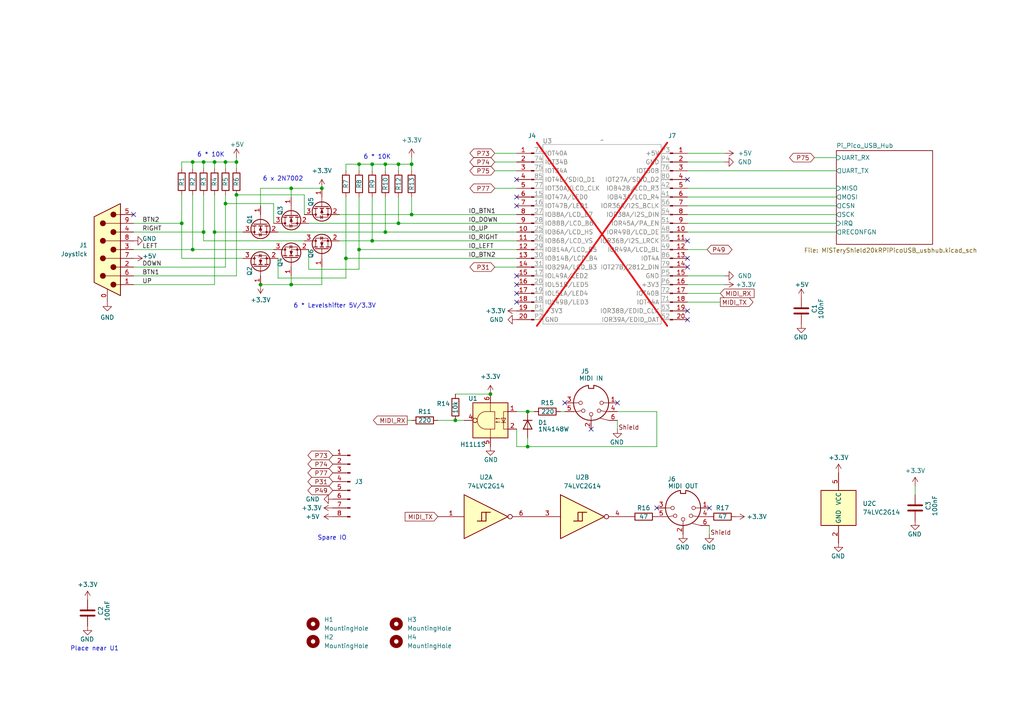
<source format=kicad_sch>
(kicad_sch (version 20231120) (generator "eeschema") (generator_version "8.0")
  (paper "A4")
  (title_block (title "MiSTeryShield20KPiPico") (date "2025-01-30") (rev "V1") (company "Stefan Voss") (comment 3 "(c) 2025 by Stefan Voss") (comment 4 "MiSTery Pi Pico WLAN Shield for Tang Nano 20K"))
  (lib_symbols
    (symbol "74xGxx:74LVC2G14"
      (property "Reference" "U" (at 0 7.62 0))
      (property "Value" "74LVC2G14" (at 2.54 -7.62 0))
      (symbol "74LVC2G14_1_1"
        (polyline (pts (xy -2.54 -1.27) (xy -1.27 -1.27) (xy -1.27 1.27)) (stroke (width 0.254)) (fill (type background)))
        (polyline (pts (xy -7.62 6.35) (xy -7.62 -6.35) (xy 5.08 0) (xy -7.62 6.35)) (stroke (width 0.254)) (fill (type background)))
        (polyline (pts (xy -3.81 -1.27) (xy -2.54 -1.27) (xy -2.54 1.27) (xy 0 1.27)) (stroke (width 0.254)) (fill (type background)))
        (pin input line (at -15.24 0 0) (length 7.62) (name "~") (number "1"))
        (pin output inverted (at 12.7 0 180) (length 7.62) (name "~") (number "6"))
      )
      (symbol "74LVC2G14_2_1"
        (polyline (pts (xy -2.54 -1.27) (xy -1.27 -1.27) (xy -1.27 1.27)) (stroke (width 0.254)) (fill (type background)))
        (polyline (pts (xy -7.62 6.35) (xy -7.62 -6.35) (xy 5.08 0) (xy -7.62 6.35)) (stroke (width 0.254)) (fill (type background)))
        (polyline (pts (xy -3.81 -1.27) (xy -2.54 -1.27) (xy -2.54 1.27) (xy 0 1.27)) (stroke (width 0.254)) (fill (type background)))
        (pin input line (at -15.24 0 0) (length 7.62) (name "~") (number "3"))
        (pin output inverted (at 12.7 0 180) (length 7.62) (name "~") (number "4"))
      )
      (symbol "74LVC2G14_3_0"
        (rectangle (start -5.08 -5.08) (end 5.08 5.08) (stroke (width 0.254)) (fill (type background)))
      )
      (symbol "74LVC2G14_3_1"
        (pin power_in line (at 0 -10.16 90) (length 5.08) (name "GND") (number "2"))
        (pin power_in line (at 0 10.16 270) (length 5.08) (name "VCC") (number "5"))
      )
    )
    (symbol "Connector:Conn_01x08_Pin" (pin_names (offset 1.016) hide)
      (property "Reference" "J" (at 0 10.16 0))
      (property "Value" "Conn_01x08_Pin" (at 0 -12.7 0))
      (symbol "Conn_01x08_Pin_1_1"
        (polyline (pts (xy 1.27 -10.16) (xy 0.8636 -10.16)) (stroke (width 0.1524)))
        (polyline (pts (xy 1.27 -7.62) (xy 0.8636 -7.62)) (stroke (width 0.1524)))
        (polyline (pts (xy 1.27 -5.08) (xy 0.8636 -5.08)) (stroke (width 0.1524)))
        (polyline (pts (xy 1.27 -2.54) (xy 0.8636 -2.54)) (stroke (width 0.1524)))
        (polyline (pts (xy 1.27 0) (xy 0.8636 0)) (stroke (width 0.1524)))
        (polyline (pts (xy 1.27 2.54) (xy 0.8636 2.54)) (stroke (width 0.1524)))
        (polyline (pts (xy 1.27 5.08) (xy 0.8636 5.08)) (stroke (width 0.1524)))
        (polyline (pts (xy 1.27 7.62) (xy 0.8636 7.62)) (stroke (width 0.1524)))
        (rectangle (start 0.8636 -10.033) (end 0 -10.287) (stroke (width 0.1524)) (fill (type outline)))
        (rectangle (start 0.8636 -7.493) (end 0 -7.747) (stroke (width 0.1524)) (fill (type outline)))
        (rectangle (start 0.8636 -4.953) (end 0 -5.207) (stroke (width 0.1524)) (fill (type outline)))
        (rectangle (start 0.8636 -2.413) (end 0 -2.667) (stroke (width 0.1524)) (fill (type outline)))
        (rectangle (start 0.8636 0.127) (end 0 -0.127) (stroke (width 0.1524)) (fill (type outline)))
        (rectangle (start 0.8636 2.667) (end 0 2.413) (stroke (width 0.1524)) (fill (type outline)))
        (rectangle (start 0.8636 5.207) (end 0 4.953) (stroke (width 0.1524)) (fill (type outline)))
        (rectangle (start 0.8636 7.747) (end 0 7.493) (stroke (width 0.1524)) (fill (type outline)))
        (pin passive line (at 5.08 7.62 180) (length 3.81) (name "Pin_1") (number "1"))
        (pin passive line (at 5.08 5.08 180) (length 3.81) (name "Pin_2") (number "2"))
        (pin passive line (at 5.08 2.54 180) (length 3.81) (name "Pin_3") (number "3"))
        (pin passive line (at 5.08 0 180) (length 3.81) (name "Pin_4") (number "4"))
        (pin passive line (at 5.08 -2.54 180) (length 3.81) (name "Pin_5") (number "5"))
        (pin passive line (at 5.08 -5.08 180) (length 3.81) (name "Pin_6") (number "6"))
        (pin passive line (at 5.08 -7.62 180) (length 3.81) (name "Pin_7") (number "7"))
        (pin passive line (at 5.08 -10.16 180) (length 3.81) (name "Pin_8") (number "8"))
      )
    )
    (symbol "Connector:Conn_01x20_Pin" (pin_names (offset 1.016) hide)
      (property "Reference" "J" (at 0 25.4 0))
      (property "Value" "Conn_01x20_Pin" (at 0 -27.94 0))
      (symbol "Conn_01x20_Pin_1_1"
        (polyline (pts (xy 1.27 -25.4) (xy 0.8636 -25.4)) (stroke (width 0.1524)))
        (polyline (pts (xy 1.27 -22.86) (xy 0.8636 -22.86)) (stroke (width 0.1524)))
        (polyline (pts (xy 1.27 -20.32) (xy 0.8636 -20.32)) (stroke (width 0.1524)))
        (polyline (pts (xy 1.27 -17.78) (xy 0.8636 -17.78)) (stroke (width 0.1524)))
        (polyline (pts (xy 1.27 -15.24) (xy 0.8636 -15.24)) (stroke (width 0.1524)))
        (polyline (pts (xy 1.27 -12.7) (xy 0.8636 -12.7)) (stroke (width 0.1524)))
        (polyline (pts (xy 1.27 -10.16) (xy 0.8636 -10.16)) (stroke (width 0.1524)))
        (polyline (pts (xy 1.27 -7.62) (xy 0.8636 -7.62)) (stroke (width 0.1524)))
        (polyline (pts (xy 1.27 -5.08) (xy 0.8636 -5.08)) (stroke (width 0.1524)))
        (polyline (pts (xy 1.27 -2.54) (xy 0.8636 -2.54)) (stroke (width 0.1524)))
        (polyline (pts (xy 1.27 0) (xy 0.8636 0)) (stroke (width 0.1524)))
        (polyline (pts (xy 1.27 2.54) (xy 0.8636 2.54)) (stroke (width 0.1524)))
        (polyline (pts (xy 1.27 5.08) (xy 0.8636 5.08)) (stroke (width 0.1524)))
        (polyline (pts (xy 1.27 7.62) (xy 0.8636 7.62)) (stroke (width 0.1524)))
        (polyline (pts (xy 1.27 10.16) (xy 0.8636 10.16)) (stroke (width 0.1524)))
        (polyline (pts (xy 1.27 12.7) (xy 0.8636 12.7)) (stroke (width 0.1524)))
        (polyline (pts (xy 1.27 15.24) (xy 0.8636 15.24)) (stroke (width 0.1524)))
        (polyline (pts (xy 1.27 17.78) (xy 0.8636 17.78)) (stroke (width 0.1524)))
        (polyline (pts (xy 1.27 20.32) (xy 0.8636 20.32)) (stroke (width 0.1524)))
        (polyline (pts (xy 1.27 22.86) (xy 0.8636 22.86)) (stroke (width 0.1524)))
        (rectangle (start 0.8636 -25.273) (end 0 -25.527) (stroke (width 0.1524)) (fill (type outline)))
        (rectangle (start 0.8636 -22.733) (end 0 -22.987) (stroke (width 0.1524)) (fill (type outline)))
        (rectangle (start 0.8636 -20.193) (end 0 -20.447) (stroke (width 0.1524)) (fill (type outline)))
        (rectangle (start 0.8636 -17.653) (end 0 -17.907) (stroke (width 0.1524)) (fill (type outline)))
        (rectangle (start 0.8636 -15.113) (end 0 -15.367) (stroke (width 0.1524)) (fill (type outline)))
        (rectangle (start 0.8636 -12.573) (end 0 -12.827) (stroke (width 0.1524)) (fill (type outline)))
        (rectangle (start 0.8636 -10.033) (end 0 -10.287) (stroke (width 0.1524)) (fill (type outline)))
        (rectangle (start 0.8636 -7.493) (end 0 -7.747) (stroke (width 0.1524)) (fill (type outline)))
        (rectangle (start 0.8636 -4.953) (end 0 -5.207) (stroke (width 0.1524)) (fill (type outline)))
        (rectangle (start 0.8636 -2.413) (end 0 -2.667) (stroke (width 0.1524)) (fill (type outline)))
        (rectangle (start 0.8636 0.127) (end 0 -0.127) (stroke (width 0.1524)) (fill (type outline)))
        (rectangle (start 0.8636 2.667) (end 0 2.413) (stroke (width 0.1524)) (fill (type outline)))
        (rectangle (start 0.8636 5.207) (end 0 4.953) (stroke (width 0.1524)) (fill (type outline)))
        (rectangle (start 0.8636 7.747) (end 0 7.493) (stroke (width 0.1524)) (fill (type outline)))
        (rectangle (start 0.8636 10.287) (end 0 10.033) (stroke (width 0.1524)) (fill (type outline)))
        (rectangle (start 0.8636 12.827) (end 0 12.573) (stroke (width 0.1524)) (fill (type outline)))
        (rectangle (start 0.8636 15.367) (end 0 15.113) (stroke (width 0.1524)) (fill (type outline)))
        (rectangle (start 0.8636 17.907) (end 0 17.653) (stroke (width 0.1524)) (fill (type outline)))
        (rectangle (start 0.8636 20.447) (end 0 20.193) (stroke (width 0.1524)) (fill (type outline)))
        (rectangle (start 0.8636 22.987) (end 0 22.733) (stroke (width 0.1524)) (fill (type outline)))
        (pin passive line (at 5.08 22.86 180) (length 3.81) (name "Pin_1") (number "1"))
        (pin passive line (at 5.08 0 180) (length 3.81) (name "Pin_10") (number "10"))
        (pin passive line (at 5.08 -2.54 180) (length 3.81) (name "Pin_11") (number "11"))
        (pin passive line (at 5.08 -5.08 180) (length 3.81) (name "Pin_12") (number "12"))
        (pin passive line (at 5.08 -7.62 180) (length 3.81) (name "Pin_13") (number "13"))
        (pin passive line (at 5.08 -10.16 180) (length 3.81) (name "Pin_14") (number "14"))
        (pin passive line (at 5.08 -12.7 180) (length 3.81) (name "Pin_15") (number "15"))
        (pin passive line (at 5.08 -15.24 180) (length 3.81) (name "Pin_16") (number "16"))
        (pin passive line (at 5.08 -17.78 180) (length 3.81) (name "Pin_17") (number "17"))
        (pin passive line (at 5.08 -20.32 180) (length 3.81) (name "Pin_18") (number "18"))
        (pin passive line (at 5.08 -22.86 180) (length 3.81) (name "Pin_19") (number "19"))
        (pin passive line (at 5.08 20.32 180) (length 3.81) (name "Pin_2") (number "2"))
        (pin passive line (at 5.08 -25.4 180) (length 3.81) (name "Pin_20") (number "20"))
        (pin passive line (at 5.08 17.78 180) (length 3.81) (name "Pin_3") (number "3"))
        (pin passive line (at 5.08 15.24 180) (length 3.81) (name "Pin_4") (number "4"))
        (pin passive line (at 5.08 12.7 180) (length 3.81) (name "Pin_5") (number "5"))
        (pin passive line (at 5.08 10.16 180) (length 3.81) (name "Pin_6") (number "6"))
        (pin passive line (at 5.08 7.62 180) (length 3.81) (name "Pin_7") (number "7"))
        (pin passive line (at 5.08 5.08 180) (length 3.81) (name "Pin_8") (number "8"))
        (pin passive line (at 5.08 2.54 180) (length 3.81) (name "Pin_9") (number "9"))
      )
    )
    (symbol "Connector:DE9_Plug_MountingHoles" (pin_names (offset 1.016) hide)
      (property "Reference" "J" (at 0 16.51 0))
      (property "Value" "DE9_Plug_MountingHoles" (at 0 14.605 0))
      (symbol "DE9_Plug_MountingHoles_0_1"
        (circle (center -1.778 -10.16) (radius 0.762) (fill (type outline)))
        (circle (center -1.778 -5.08) (radius 0.762) (fill (type outline)))
        (circle (center -1.778 0) (radius 0.762) (fill (type outline)))
        (circle (center -1.778 5.08) (radius 0.762) (fill (type outline)))
        (circle (center -1.778 10.16) (radius 0.762) (fill (type outline)))
        (polyline (pts (xy -3.81 -10.16) (xy -2.54 -10.16)))
        (polyline (pts (xy -3.81 -7.62) (xy 0.508 -7.62)))
        (polyline (pts (xy -3.81 -5.08) (xy -2.54 -5.08)))
        (polyline (pts (xy -3.81 -2.54) (xy 0.508 -2.54)))
        (polyline (pts (xy -3.81 0) (xy -2.54 0)))
        (polyline (pts (xy -3.81 2.54) (xy 0.508 2.54)))
        (polyline (pts (xy -3.81 5.08) (xy -2.54 5.08)))
        (polyline (pts (xy -3.81 7.62) (xy 0.508 7.62)))
        (polyline (pts (xy -3.81 10.16) (xy -2.54 10.16)))
        (polyline (pts (xy -3.81 -13.335) (xy -3.81 13.335) (xy 3.81 9.525) (xy 3.81 -9.525) (xy -3.81 -13.335)) (stroke (width 0.254)) (fill (type background)))
        (circle (center 1.27 -7.62) (radius 0.762) (fill (type outline)))
        (circle (center 1.27 -2.54) (radius 0.762) (fill (type outline)))
        (circle (center 1.27 2.54) (radius 0.762) (fill (type outline)))
        (circle (center 1.27 7.62) (radius 0.762) (fill (type outline)))
      )
      (symbol "DE9_Plug_MountingHoles_1_1"
        (pin passive line (at 0 -15.24 90) (length 3.81) (name "PAD") (number "0"))
        (pin passive line (at -7.62 -10.16 0) (length 3.81) (name "1") (number "1"))
        (pin passive line (at -7.62 -5.08 0) (length 3.81) (name "2") (number "2"))
        (pin passive line (at -7.62 0 0) (length 3.81) (name "3") (number "3"))
        (pin passive line (at -7.62 5.08 0) (length 3.81) (name "4") (number "4"))
        (pin passive line (at -7.62 10.16 0) (length 3.81) (name "5") (number "5"))
        (pin passive line (at -7.62 -7.62 0) (length 3.81) (name "6") (number "6"))
        (pin passive line (at -7.62 -2.54 0) (length 3.81) (name "7") (number "7"))
        (pin passive line (at -7.62 2.54 0) (length 3.81) (name "8") (number "8"))
        (pin passive line (at -7.62 7.62 0) (length 3.81) (name "9") (number "9"))
      )
    )
    (symbol "Device:C" (pin_numbers hide) (pin_names (offset 0.254))
      (property "Reference" "C" (at 0.635 2.54 0))
      (property "Value" "C" (at 0.635 -2.54 0))
      (symbol "C_0_1"
        (polyline (pts (xy -2.032 -0.762) (xy 2.032 -0.762)) (stroke (width 0.508)))
        (polyline (pts (xy -2.032 0.762) (xy 2.032 0.762)) (stroke (width 0.508)))
      )
      (symbol "C_1_1"
        (pin passive line (at 0 3.81 270) (length 2.794) (name "~") (number "1"))
        (pin passive line (at 0 -3.81 90) (length 2.794) (name "~") (number "2"))
      )
    )
    (symbol "Device:R" (pin_numbers hide) (pin_names (offset 0))
      (property "Reference" "R" (at 2.032 0 90))
      (property "Value" "R" (at 0 0 90))
      (symbol "R_0_1"
        (rectangle (start -1.016 -2.54) (end 1.016 2.54) (stroke (width 0.254)))
      )
      (symbol "R_1_1"
        (pin passive line (at 0 3.81 270) (length 1.27) (name "~") (number "1"))
        (pin passive line (at 0 -3.81 90) (length 1.27) (name "~") (number "2"))
      )
    )
    (symbol "Diode:1N4148W" (pin_numbers hide) (pin_names hide)
      (property "Reference" "D" (at 0 2.54 0))
      (property "Value" "1N4148W" (at 0 -2.54 0))
      (symbol "1N4148W_0_1"
        (polyline (pts (xy -1.27 1.27) (xy -1.27 -1.27)) (stroke (width 0.254)))
        (polyline (pts (xy 1.27 0) (xy -1.27 0)))
        (polyline (pts (xy 1.27 1.27) (xy 1.27 -1.27) (xy -1.27 0) (xy 1.27 1.27)) (stroke (width 0.254)))
      )
      (symbol "1N4148W_1_1"
        (pin passive line (at -3.81 0 0) (length 2.54) (name "K") (number "1"))
        (pin passive line (at 3.81 0 180) (length 2.54) (name "A") (number "2"))
      )
    )
    (symbol "Isolator:H11L1" (pin_names (offset 1.016))
      (property "Reference" "U" (at 1.27 8.89 0))
      (property "Value" "H11L1" (at 1.27 6.35 0))
      (symbol "H11L1_0_1"
        (rectangle (start -5.08 5.08) (end 5.08 -5.08) (stroke (width 0.254)) (fill (type background)))
        (polyline (pts (xy -4.445 -0.635) (xy -3.175 -0.635)))
        (polyline (pts (xy 0 2.54) (xy 0 5.08)))
        (polyline (pts (xy 0 -2.54) (xy 0 -5.08) (xy 0 -3.81)))
        (polyline (pts (xy -5.08 -2.54) (xy -3.81 -2.54) (xy -3.81 2.54) (xy -5.08 2.54)))
        (polyline (pts (xy -3.81 -0.635) (xy -4.445 0.635) (xy -3.175 0.635) (xy -3.81 -0.635)))
        (polyline (pts (xy 1.27 -2.54) (xy -1.27 -2.54) (xy -1.27 2.54) (xy 1.27 2.54)))
        (polyline (pts (xy -2.794 -0.508) (xy -1.524 -0.508) (xy -1.905 -0.635) (xy -1.905 -0.381) (xy -1.524 -0.508)))
        (polyline (pts (xy -2.794 0.508) (xy -1.524 0.508) (xy -1.905 0.381) (xy -1.905 0.635) (xy -1.524 0.508)))
        (arc (start 1.27 -2.54) (mid 3.799 0) (end 1.27 2.54))
      )
      (symbol "H11L1_1_1"
        (pin passive line (at -7.62 2.54 0) (length 2.54) (name "~") (number "1"))
        (pin passive line (at -7.62 -2.54 0) (length 2.54) (name "~") (number "2"))
        (pin no_connect line (at -5.08 0 0) (length 2.54) hide (name "~") (number "3"))
        (pin output inverted (at 7.62 0 180) (length 3.81) (name "~") (number "4"))
        (pin power_in line (at 0 -7.62 90) (length 2.54) (name "~") (number "5"))
        (pin power_in line (at 0 7.62 270) (length 2.54) (name "~") (number "6"))
      )
    )
    (symbol "Mechanical:MountingHole" (pin_names (offset 1.016))
      (property "Reference" "H" (at 0 5.08 0))
      (property "Value" "MountingHole" (at 0 3.175 0))
      (symbol "MountingHole_0_1"
        (circle (center 0 0) (radius 1.27) (stroke (width 1.27)))
      )
    )
    (symbol "Transistor_FET:BSS123" (pin_names hide)
      (property "Reference" "Q" (at 5.08 1.905 0))
      (property "Value" "BSS123" (at 5.08 0 0))
      (symbol "BSS123_0_1"
        (polyline (pts (xy 0.254 0) (xy -2.54 0)))
        (polyline (pts (xy 0.254 1.905) (xy 0.254 -1.905)) (stroke (width 0.254)))
        (polyline (pts (xy 0.762 -1.27) (xy 0.762 -2.286)) (stroke (width 0.254)))
        (polyline (pts (xy 0.762 0.508) (xy 0.762 -0.508)) (stroke (width 0.254)))
        (polyline (pts (xy 0.762 2.286) (xy 0.762 1.27)) (stroke (width 0.254)))
        (polyline (pts (xy 2.54 2.54) (xy 2.54 1.778)))
        (polyline (pts (xy 2.54 -2.54) (xy 2.54 0) (xy 0.762 0)))
        (polyline (pts (xy 0.762 -1.778) (xy 3.302 -1.778) (xy 3.302 1.778) (xy 0.762 1.778)))
        (polyline (pts (xy 1.016 0) (xy 2.032 0.381) (xy 2.032 -0.381) (xy 1.016 0)) (fill (type outline)))
        (polyline (pts (xy 2.794 0.508) (xy 2.921 0.381) (xy 3.683 0.381) (xy 3.81 0.254)))
        (polyline (pts (xy 3.302 0.381) (xy 2.921 -0.254) (xy 3.683 -0.254) (xy 3.302 0.381)))
        (circle (center 1.651 0) (radius 2.794) (stroke (width 0.254)))
        (circle (center 2.54 -1.778) (radius 0.254) (fill (type outline)))
        (circle (center 2.54 1.778) (radius 0.254) (fill (type outline)))
      )
      (symbol "BSS123_1_1"
        (pin input line (at -5.08 0 0) (length 2.54) (name "G") (number "1"))
        (pin passive line (at 2.54 -5.08 90) (length 2.54) (name "S") (number "2"))
        (pin passive line (at 2.54 5.08 270) (length 2.54) (name "D") (number "3"))
      )
    )
    (symbol "misteryshield20kpico:DIN-5_180degree" (pin_names (offset 1.016))
      (property "Reference" "J" (at 3.175 5.715 0))
      (property "Value" "DIN-5_180degree" (at 0 -6.35 0))
      (symbol "DIN-5_180degree_0_1"
        (arc (start -5.08 0) (mid -3.8609 -3.3364) (end -0.762 -5.08) (stroke (width 0.254)))
        (circle (center -3.048 0) (radius 0.508))
        (circle (center -2.286 2.286) (radius 0.508))
        (polyline (pts (xy -5.08 0) (xy -3.556 0)))
        (polyline (pts (xy -2.54 4.445) (xy -5.08 5.08)))
        (polyline (pts (xy 0 5.08) (xy 0 3.81)))
        (polyline (pts (xy 5.08 0) (xy 3.556 0)))
        (polyline (pts (xy -5.08 2.54) (xy -4.318 2.54) (xy -2.794 2.286)))
        (polyline (pts (xy 5.08 2.54) (xy 4.318 2.54) (xy 2.794 2.286)))
        (polyline (pts (xy -0.762 -4.953) (xy -0.762 -4.191) (xy 0.762 -4.191) (xy 0.762 -4.953)) (stroke (width 0.254)))
        (circle (center 0 3.302) (radius 0.508))
        (arc (start 0.762 -5.08) (mid 3.8685 -3.343) (end 5.08 0) (stroke (width 0.254)))
        (circle (center 2.286 2.286) (radius 0.508))
        (circle (center 3.048 0) (radius 0.508))
        (arc (start 5.08 0) (mid 0 5.0579) (end -5.08 0) (stroke (width 0.254)))
      )
      (symbol "DIN-5_180degree_1_1"
        (text "Shield\n" (at -10.922 7.112 0) (effects (font (size 1.27 1.27))))
        (pin passive line (at -7.62 0 0) (length 2.54) (name "~") (number "1"))
        (pin passive line (at 0 7.62 270) (length 2.54) (name "~") (number "2"))
        (pin passive line (at 7.62 0 180) (length 2.54) (name "~") (number "3"))
        (pin passive line (at -7.62 2.54 0) (length 2.54) (name "~") (number "4"))
        (pin passive line (at 7.62 2.54 180) (length 2.54) (name "~") (number "5"))
        (pin passive line (at -7.62 5.08 0) (length 2.54) (name "~") (number "6"))
      )
    )
    (symbol "misteryshield20kpico:TangNano-20K"
      (property "Reference" "U" (at -16.51 27.94 0))
      (symbol "TangNano-20K_0_1"
        (rectangle (start -17.78 26.67) (end 16.51 -25.4))
      )
      (symbol "TangNano-20K_1_1"
        (pin bidirectional line (at -20.32 11.43 0) (length 2.54) (name "IOT47A/LED0") (number "15"))
        (pin bidirectional line (at -20.32 8.89 0) (length 2.54) (name "IOT47B/LED1") (number "16"))
        (pin bidirectional line (at -20.32 -11.43 0) (length 2.54) (name "IOL49A/LED2") (number "17"))
        (pin bidirectional line (at -20.32 -19.05 0) (length 2.54) (name "IOL49B/LED3") (number "18"))
        (pin bidirectional line (at -20.32 -16.51 0) (length 2.54) (name "IOL51A/LED4") (number "19"))
        (pin bidirectional line (at -20.32 -13.97 0) (length 2.54) (name "IOL51B/LED5") (number "20"))
        (pin bidirectional line (at -20.32 1.27 0) (length 2.54) (name "IOB6A/LCD_HS") (number "25"))
        (pin bidirectional line (at -20.32 -1.27 0) (length 2.54) (name "IOB6B/LCD_VS") (number "26"))
        (pin bidirectional line (at -20.32 6.35 0) (length 2.54) (name "IOB8A/LCD_B7") (number "27"))
        (pin bidirectional line (at -20.32 3.81 0) (length 2.54) (name "IOB8B/LCD_B6") (number "28"))
        (pin bidirectional line (at -20.32 -3.81 0) (length 2.54) (name "IOB14A/LCD_B5") (number "29"))
        (pin bidirectional line (at -20.32 -6.35 0) (length 2.54) (name "IOB14B/LCD_B4") (number "30"))
        (pin bidirectional line (at -20.32 -8.89 0) (length 2.54) (name "IOB29A/LCD_B3") (number "31"))
        (pin bidirectional line (at 19.05 11.43 180) (length 2.54) (name "IOB43A/LCD_R4") (number "41"))
        (pin bidirectional line (at 19.05 13.97 180) (length 2.54) (name "IOB42B/LCD_R3") (number "42"))
        (pin bidirectional line (at 19.05 1.27 180) (length 2.54) (name "IOR49B/LCD_DE") (number "48"))
        (pin bidirectional line (at 19.05 -3.81 180) (length 2.54) (name "IOR49A/LCD_BL") (number "49"))
        (pin bidirectional line (at 19.05 3.81 180) (length 2.54) (name "IOR45A/PA_EN") (number "51"))
        (pin bidirectional line (at 19.05 -24.13 180) (length 2.54) (name "IOR39A/EDID_DAT") (number "52"))
        (pin bidirectional line (at 19.05 -21.59 180) (length 2.54) (name "IOR38B/EDID_CLK") (number "53"))
        (pin bidirectional line (at 19.05 6.35 180) (length 2.54) (name "IOR38A/I2S_DIN") (number "54"))
        (pin bidirectional line (at 19.05 -1.27 180) (length 2.54) (name "IOR36B/I2S_LRCK") (number "55"))
        (pin bidirectional line (at 19.05 8.89 180) (length 2.54) (name "IOR36A/I2S_BCLK") (number "56"))
        (pin bidirectional line (at 19.05 -19.05 180) (length 2.54) (name "IOT44A") (number "71"))
        (pin bidirectional line (at 19.05 -16.51 180) (length 2.54) (name "IOT40B") (number "72"))
        (pin bidirectional line (at -20.32 24.13 0) (length 2.54) (name "IOT40A") (number "73"))
        (pin bidirectional line (at -20.32 21.59 0) (length 2.54) (name "IOT34B") (number "74"))
        (pin bidirectional line (at -20.32 19.05 0) (length 2.54) (name "IOT34A") (number "75"))
        (pin bidirectional line (at 19.05 19.05 180) (length 2.54) (name "IOT30B") (number "76"))
        (pin bidirectional line (at -20.32 13.97 0) (length 2.54) (name "IOT30A/LCD_CLK") (number "77"))
        (pin bidirectional line (at 19.05 -8.89 180) (length 2.54) (name "IOT27B/2812_DIN") (number "79"))
        (pin bidirectional line (at 19.05 16.51 180) (length 2.54) (name "IOT27A/SDIO_D2") (number "80"))
        (pin bidirectional line (at -20.32 16.51 0) (length 2.54) (name "IOT4B/SDIO_D1") (number "85"))
        (pin bidirectional line (at 19.05 -6.35 180) (length 2.54) (name "IOT4A") (number "86"))
        (pin power_out line (at -20.32 -21.59 0) (length 2.54) (name "+3V3") (number "P1"))
        (pin power_in line (at -20.32 -24.13 0) (length 2.54) (name "GND") (number "P2"))
        (pin power_in line (at 19.05 24.13 180) (length 2.54) (name "+5V") (number "P3"))
        (pin power_in line (at 19.05 21.59 180) (length 2.54) (name "GND") (number "P4"))
        (pin power_in line (at 19.05 -11.43 180) (length 2.54) (name "GND") (number "P5"))
        (pin power_out line (at 19.05 -13.97 180) (length 2.54) (name "+3V3") (number "P6"))
      )
    )
    (symbol "power:+3.3V" (power) (pin_names (offset 0))
      (property "Value" "+3.3V" (at 0 3.556 0))
      (symbol "+3.3V_0_1"
        (polyline (pts (xy -0.762 1.27) (xy 0 2.54)))
        (polyline (pts (xy 0 0) (xy 0 2.54)))
        (polyline (pts (xy 0 2.54) (xy 0.762 1.27)))
      )
      (symbol "+3.3V_1_1"
        (pin power_in line (at 0 0 90) (length 0) hide (name "+3.3V") (number "1"))
      )
    )
    (symbol "power:+5V" (power) (pin_names (offset 0))
      (property "Value" "+5V" (at 0 3.556 0))
      (symbol "+5V_0_1"
        (polyline (pts (xy -0.762 1.27) (xy 0 2.54)))
        (polyline (pts (xy 0 0) (xy 0 2.54)))
        (polyline (pts (xy 0 2.54) (xy 0.762 1.27)))
      )
      (symbol "+5V_1_1"
        (pin power_in line (at 0 0 90) (length 0) hide (name "+5V") (number "1"))
      )
    )
    (symbol "power:GND" (power) (pin_names (offset 0))
      (property "Value" "GND" (at 0 -3.81 0))
      (symbol "GND_0_1"
        (polyline (pts (xy 0 0) (xy 0 -1.27) (xy 1.27 -1.27) (xy 0 -2.54) (xy -1.27 -1.27) (xy 0 -1.27)))
      )
      (symbol "GND_1_1"
        (pin power_in line (at 0 0 270) (length 0) hide (name "GND") (number "1"))
      )
    )
  )
  (junction (at 107.95 69.85))
  (junction (at 104.14 72.39))
  (junction (at 115.57 47.625))
  (junction (at 59.055 67.31))
  (junction (at 55.88 46.99))
  (junction (at 84.455 54.61))
  (junction (at 142.24 114.3))
  (junction (at 119.38 62.23))
  (junction (at 55.88 72.39))
  (junction (at 68.58 46.99))
  (junction (at 104.14 47.625))
  (junction (at 153.035 119.38))
  (junction (at 59.055 46.99))
  (junction (at 52.705 64.77))
  (junction (at 65.405 46.99))
  (junction (at 84.455 82.55))
  (junction (at 100.33 74.93))
  (junction (at 111.76 67.31))
  (junction (at 75.565 82.55))
  (junction (at 111.76 47.625))
  (junction (at 65.405 59.055))
  (junction (at 62.23 46.99))
  (junction (at 119.38 47.625))
  (junction (at 107.95 47.625))
  (junction (at 153.035 129.54))
  (junction (at 93.345 54.61))
  (junction (at 132.08 121.92))
  (junction (at 115.57 64.77))
  (junction (at 62.23 67.31))
  (junction (at 68.58 56.515))
  (no_connect (at 199.39 69.85))
  (no_connect (at 149.86 82.55))
  (no_connect (at 163.83 116.84))
  (no_connect (at 149.86 80.01))
  (no_connect (at 205.74 147.32))
  (no_connect (at 149.86 52.07))
  (no_connect (at 149.86 59.69))
  (no_connect (at 190.5 147.32))
  (no_connect (at 149.86 85.09))
  (no_connect (at 199.39 77.47))
  (no_connect (at 199.39 90.17))
  (no_connect (at 38.735 62.23))
  (no_connect (at 171.45 124.46))
  (no_connect (at 149.86 57.15))
  (no_connect (at 149.86 87.63))
  (no_connect (at 199.39 52.07))
  (no_connect (at 199.39 92.71))
  (no_connect (at 199.39 74.93))
  (no_connect (at 179.07 116.84))
  (wire (pts (xy 84.455 54.61) (xy 93.345 54.61)))
  (wire (pts (xy 111.76 57.15) (xy 111.76 67.31)))
  (wire (pts (xy 89.535 64.77) (xy 115.57 64.77)))
  (wire (pts (xy 190.5 119.38) (xy 190.5 129.54)))
  (wire (pts (xy 88.265 56.515) (xy 88.265 62.23)))
  (wire (pts (xy 143.51 49.53) (xy 149.86 49.53)))
  (wire (pts (xy 115.57 64.77) (xy 149.86 64.77)))
  (wire (pts (xy 55.88 46.99) (xy 55.88 48.895)))
  (wire (pts (xy 179.07 121.92) (xy 179.07 124.46)))
  (wire (pts (xy 100.33 74.93) (xy 149.86 74.93)))
  (wire (pts (xy 143.51 46.99) (xy 149.86 46.99)))
  (wire (pts (xy 62.23 67.31) (xy 70.485 67.31)))
  (wire (pts (xy 190.5 129.54) (xy 153.035 129.54)))
  (wire (pts (xy 119.38 47.625) (xy 119.38 45.72)))
  (wire (pts (xy 100.33 47.625) (xy 104.14 47.625)))
  (wire (pts (xy 84.455 82.55) (xy 93.345 82.55)))
  (wire (pts (xy 52.705 74.93) (xy 52.705 64.77)))
  (wire (pts (xy 111.76 47.625) (xy 111.76 49.53)))
  (wire (pts (xy 65.405 59.055) (xy 65.405 56.515)))
  (wire (pts (xy 199.39 62.23) (xy 242.57 62.23)))
  (wire (pts (xy 65.405 46.99) (xy 65.405 48.895)))
  (wire (pts (xy 52.705 48.895) (xy 52.705 46.99)))
  (wire (pts (xy 52.705 46.99) (xy 55.88 46.99)))
  (wire (pts (xy 104.14 47.625) (xy 104.14 49.53)))
  (wire (pts (xy 62.23 46.99) (xy 65.405 46.99)))
  (wire (pts (xy 38.735 64.77) (xy 52.705 64.77)))
  (wire (pts (xy 79.375 59.055) (xy 65.405 59.055)))
  (wire (pts (xy 75.565 54.61) (xy 84.455 54.61)))
  (wire (pts (xy 52.705 64.77) (xy 52.705 56.515)))
  (wire (pts (xy 149.86 129.54) (xy 149.86 124.46)))
  (wire (pts (xy 199.39 46.99) (xy 210.185 46.99)))
  (wire (pts (xy 111.76 47.625) (xy 115.57 47.625)))
  (wire (pts (xy 143.51 77.47) (xy 149.86 77.47)))
  (wire (pts (xy 52.705 74.93) (xy 70.485 74.93)))
  (wire (pts (xy 68.58 46.99) (xy 68.58 48.895)))
  (wire (pts (xy 65.405 59.055) (xy 65.405 77.47)))
  (wire (pts (xy 89.535 78.105) (xy 104.14 78.105)))
  (wire (pts (xy 153.035 129.54) (xy 149.86 129.54)))
  (wire (pts (xy 119.38 62.23) (xy 149.86 62.23)))
  (wire (pts (xy 265.43 140.97) (xy 265.43 143.51)))
  (wire (pts (xy 100.33 74.93) (xy 100.33 80.645)))
  (wire (pts (xy 59.055 46.99) (xy 62.23 46.99)))
  (wire (pts (xy 62.23 67.31) (xy 62.23 56.515)))
  (wire (pts (xy 38.735 77.47) (xy 65.405 77.47)))
  (wire (pts (xy 107.95 47.625) (xy 107.95 49.53)))
  (wire (pts (xy 55.88 72.39) (xy 55.88 56.515)))
  (wire (pts (xy 127 121.92) (xy 132.08 121.92)))
  (wire (pts (xy 199.39 44.45) (xy 210.185 44.45)))
  (wire (pts (xy 199.39 72.39) (xy 205.105 72.39)))
  (wire (pts (xy 132.08 121.92) (xy 134.62 121.92)))
  (wire (pts (xy 84.455 57.15) (xy 84.455 54.61)))
  (wire (pts (xy 79.375 59.055) (xy 79.375 64.77)))
  (wire (pts (xy 115.57 47.625) (xy 119.38 47.625)))
  (wire (pts (xy 236.22 45.72) (xy 242.57 45.72)))
  (wire (pts (xy 153.035 119.38) (xy 149.86 119.38)))
  (wire (pts (xy 153.035 129.54) (xy 153.035 127)))
  (wire (pts (xy 118.11 121.92) (xy 119.38 121.92)))
  (wire (pts (xy 65.405 46.99) (xy 68.58 46.99)))
  (wire (pts (xy 143.51 54.61) (xy 149.86 54.61)))
  (wire (pts (xy 68.58 56.515) (xy 88.265 56.515)))
  (wire (pts (xy 104.14 72.39) (xy 149.86 72.39)))
  (wire (pts (xy 75.565 82.55) (xy 84.455 82.55)))
  (wire (pts (xy 80.645 80.645) (xy 100.33 80.645)))
  (wire (pts (xy 205.74 152.4) (xy 205.74 154.94)))
  (wire (pts (xy 199.39 87.63) (xy 208.915 87.63)))
  (wire (pts (xy 104.14 72.39) (xy 104.14 78.105)))
  (wire (pts (xy 38.735 72.39) (xy 55.88 72.39)))
  (wire (pts (xy 199.39 54.61) (xy 242.57 54.61)))
  (wire (pts (xy 104.14 47.625) (xy 107.95 47.625)))
  (wire (pts (xy 104.14 57.15) (xy 104.14 72.39)))
  (wire (pts (xy 107.95 69.85) (xy 149.86 69.85)))
  (wire (pts (xy 199.39 57.15) (xy 242.57 57.15)))
  (wire (pts (xy 179.07 119.38) (xy 190.5 119.38)))
  (wire (pts (xy 107.95 57.15) (xy 107.95 69.85)))
  (wire (pts (xy 80.645 74.93) (xy 80.645 80.645)))
  (wire (pts (xy 80.645 67.31) (xy 111.76 67.31)))
  (wire (pts (xy 68.58 56.515) (xy 68.58 80.01)))
  (wire (pts (xy 119.38 57.15) (xy 119.38 62.23)))
  (wire (pts (xy 89.535 72.39) (xy 89.535 78.105)))
  (wire (pts (xy 59.055 69.85) (xy 59.055 67.31)))
  (wire (pts (xy 132.08 114.3) (xy 142.24 114.3)))
  (wire (pts (xy 38.735 82.55) (xy 62.23 82.55)))
  (wire (pts (xy 199.39 82.55) (xy 210.185 82.55)))
  (wire (pts (xy 59.055 69.85) (xy 88.265 69.85)))
  (wire (pts (xy 98.425 62.23) (xy 119.38 62.23)))
  (wire (pts (xy 100.33 57.15) (xy 100.33 74.93)))
  (wire (pts (xy 199.39 64.77) (xy 242.57 64.77)))
  (wire (pts (xy 38.735 67.31) (xy 59.055 67.31)))
  (wire (pts (xy 93.345 82.55) (xy 93.345 77.47)))
  (wire (pts (xy 107.95 47.625) (xy 111.76 47.625)))
  (wire (pts (xy 115.57 57.15) (xy 115.57 64.77)))
  (wire (pts (xy 199.39 85.09) (xy 208.915 85.09)))
  (wire (pts (xy 62.23 67.31) (xy 62.23 82.55)))
  (wire (pts (xy 154.94 119.38) (xy 153.035 119.38)))
  (wire (pts (xy 98.425 69.85) (xy 107.95 69.85)))
  (wire (pts (xy 55.88 72.39) (xy 79.375 72.39)))
  (wire (pts (xy 199.39 67.31) (xy 242.57 67.31)))
  (wire (pts (xy 162.56 119.38) (xy 163.83 119.38)))
  (wire (pts (xy 199.39 49.53) (xy 242.57 49.53)))
  (wire (pts (xy 59.055 67.31) (xy 59.055 56.515)))
  (wire (pts (xy 199.39 80.01) (xy 210.185 80.01)))
  (wire (pts (xy 38.735 80.01) (xy 68.58 80.01)))
  (wire (pts (xy 75.565 59.69) (xy 75.565 54.61)))
  (wire (pts (xy 115.57 47.625) (xy 115.57 49.53)))
  (wire (pts (xy 119.38 47.625) (xy 119.38 49.53)))
  (wire (pts (xy 59.055 46.99) (xy 59.055 48.895)))
  (wire (pts (xy 143.51 44.45) (xy 149.86 44.45)))
  (wire (pts (xy 100.33 49.53) (xy 100.33 47.625)))
  (wire (pts (xy 199.39 59.69) (xy 242.57 59.69)))
  (wire (pts (xy 55.88 46.99) (xy 59.055 46.99)))
  (wire (pts (xy 62.23 46.99) (xy 62.23 48.895)))
  (wire (pts (xy 84.455 80.01) (xy 84.455 82.55)))
  (wire (pts (xy 68.58 46.99) (xy 68.58 45.72)))
  (wire (pts (xy 111.76 67.31) (xy 149.86 67.31)))
  (text "6 * Levelshifter 5V/3.3V" (at 85.09 89.535 0) (effects (font (size 1.27 1.27)) (justify left bottom)))
  (text "Spare IO" (at 92.075 156.845 0) (effects (font (size 1.27 1.27)) (justify left bottom)))
  (text "Place near U1" (at 27.432 188.214 0) (effects (font (size 1.27 1.27))))
  (text "6 * 10K" (at 57.15 45.72 0) (effects (font (size 1.27 1.27)) (justify left bottom)))
  (text "6 x 2N7002" (at 76.2 52.705 0) (effects (font (size 1.27 1.27)) (justify left bottom)))
  (text "6 * 10K" (at 105.41 46.355 0) (effects (font (size 1.27 1.27)) (justify left bottom)))
  (label "IO_LEFT" (at 135.89 72.39 0))
  (label "BTN2" (at 41.275 64.77 0))
  (label "LEFT" (at 41.275 72.39 0))
  (label "UP" (at 41.275 82.55 0))
  (label "BTN1" (at 41.275 80.01 0))
  (label "IO_BTN1" (at 135.89 62.23 0))
  (label "IO_UP" (at 135.89 67.31 0))
  (label "IO_DOWN" (at 135.89 64.77 0))
  (label "IO_BTN2" (at 135.89 74.93 0))
  (label "IO_RIGHT" (at 135.89 69.85 0))
  (label "DOWN" (at 41.275 77.47 0))
  (label "RIGHT" (at 41.275 67.31 0))
  (global_label "P31" (shape bidirectional) (at 143.51 77.47 180) (property "Intersheetrefs" "${INTERSHEET_REFS}" (effects (hide yes))))
  (global_label "P49" (shape bidirectional) (at 96.52 142.24 180) (property "Intersheetrefs" "${INTERSHEET_REFS}" (effects (hide yes))))
  (global_label "P49" (shape bidirectional) (at 205.105 72.39 0) (property "Intersheetrefs" "${INTERSHEET_REFS}" (effects (hide yes))))
  (global_label "P74" (shape bidirectional) (at 96.52 134.62 180) (property "Intersheetrefs" "${INTERSHEET_REFS}" (effects (hide yes))))
  (global_label "P75" (shape bidirectional) (at 143.51 49.53 180) (property "Intersheetrefs" "${INTERSHEET_REFS}" (effects (hide yes))))
  (global_label "MIDI_TX" (shape input) (at 127 149.86 180) (property "Intersheetrefs" "${INTERSHEET_REFS}" (effects (hide yes))))
  (global_label "P75" (shape bidirectional) (at 236.22 45.72 180) (property "Intersheetrefs" "${INTERSHEET_REFS}" (effects (hide yes))))
  (global_label "MIDI_RX" (shape input) (at 208.915 85.09 0) (property "Intersheetrefs" "${INTERSHEET_REFS}" (effects (hide yes))))
  (global_label "P74" (shape bidirectional) (at 143.51 46.99 180) (property "Intersheetrefs" "${INTERSHEET_REFS}" (effects (hide yes))))
  (global_label "P73" (shape bidirectional) (at 96.52 132.08 180) (property "Intersheetrefs" "${INTERSHEET_REFS}" (effects (hide yes))))
  (global_label "P77" (shape bidirectional) (at 96.52 137.16 180) (property "Intersheetrefs" "${INTERSHEET_REFS}" (effects (hide yes))))
  (global_label "MIDI_TX" (shape output) (at 208.915 87.63 0) (property "Intersheetrefs" "${INTERSHEET_REFS}" (effects (hide yes))))
  (global_label "MIDI_RX" (shape output) (at 118.11 121.92 180) (property "Intersheetrefs" "${INTERSHEET_REFS}" (effects (hide yes))))
  (global_label "P77" (shape bidirectional) (at 143.51 54.61 180) (property "Intersheetrefs" "${INTERSHEET_REFS}" (effects (hide yes))))
  (global_label "P31" (shape bidirectional) (at 96.52 139.7 180) (property "Intersheetrefs" "${INTERSHEET_REFS}" (effects (hide yes))))
  (global_label "P73" (shape bidirectional) (at 143.51 44.45 180) (property "Intersheetrefs" "${INTERSHEET_REFS}" (effects (hide yes))))
  (symbol (lib_id "misteryshield20kpico:DIN-5_180degree") (at 198.12 147.32 180) (unit 1)
    (property "Reference" "J6" (at 194.818 138.938 0))
    (property "Value" "MIDI OUT" (at 198.12 140.97 0))
    (property "Footprint" "MiSTeryShield20kRPiPico:DIN-5_180degree" (effects (hide yes)))
    (property "Datasheet" "http://www.mouser.com/ds/2/18/40_c091_abd_e-75918.pdf" (effects (hide yes)))
    (property "Description" "5-pin DIN connector (5-pin DIN-5 stereo)" (effects (hide yes)))
    (property "LCSC Part #" "C2939346" (effects (hide yes)))
    (property "Comment" "DIN-5_180degree" (effects (hide yes)))
  )
  (symbol (lib_id "Device:C") (at 25.4 177.8 180) (unit 1)
    (property "Reference" "C2" (at 29.21 177.165 90))
    (property "Value" "100nF" (at 31.115 177.165 90))
    (property "Footprint" "Capacitor_SMD:C_0805_2012Metric" (effects (hide yes)))
    (property "LCSC Part #" "C49678" (effects (hide yes)))
    (property "Comment" "0805" (effects (hide yes)))
  )
  (symbol (lib_id "Device:R") (at 62.23 52.705 180) (unit 1)
    (property "Reference" "R4" (at 62.23 52.705 90))
    (property "Value" "10k" (effects (hide yes)))
    (property "Footprint" "Resistor_SMD:R_0805_2012Metric" (effects (hide yes)))
    (property "LCSC Part #" "C17414" (effects (hide yes)))
    (property "Comment" "0805" (effects (hide yes)))
  )
  (symbol (lib_id "power:+5V") (at 96.52 149.86 90) (mirror x) (unit 1)
    (property "Reference" "#PWR011" (effects (hide yes)))
    (property "Value" "+5V" (at 92.71 149.86 90) (effects (justify left)))
  )
  (symbol (lib_id "Connector:Conn_01x08_Pin") (at 101.6 139.7 0) (mirror y) (unit 1)
    (property "Reference" "J3" (at 102.87 139.7 0) (effects (justify right)))
    (property "Value" "Conn_02x04_Pin" (effects (hide yes)))
    (property "Footprint" "Connector_PinHeader_2.54mm:PinHeader_2x04_P2.54mm_Vertical" (effects (hide yes)))
    (property "LCSC Part #" "C7501275" (effects (hide yes)))
    (property "Comment" "2x04, P2.54mm" (effects (hide yes)))
  )
  (symbol (lib_id "Mechanical:MountingHole") (at 90.805 180.975 0) (unit 1) (in_bom no)
    (property "Reference" "H1" (at 93.98 179.705 0) (effects (justify left)))
    (property "Value" "MountingHole" (at 93.98 182.245 0) (effects (justify left)))
    (property "Footprint" "MountingHole:MountingHole_3.2mm_M3" (effects (hide yes)))
  )
  (symbol (lib_id "power:+3.3V") (at 25.4 173.99 0) (unit 1)
    (property "Reference" "#PWR028" (effects (hide yes)))
    (property "Value" "+3.3V" (at 25.4 169.545 0))
  )
  (symbol (lib_id "Device:C") (at 265.43 147.32 180) (unit 1)
    (property "Reference" "C3" (at 269.24 146.685 90))
    (property "Value" "100nF" (at 271.145 146.685 90))
    (property "Footprint" "Capacitor_SMD:C_0805_2012Metric" (effects (hide yes)))
    (property "LCSC Part #" "C49678" (effects (hide yes)))
    (property "Comment" "0805" (effects (hide yes)))
  )
  (symbol (lib_id "Diode:1N4148W") (at 153.035 123.19 90) (mirror x) (unit 1)
    (property "Reference" "D1" (at 158.75 122.555 90) (effects (justify left)))
    (property "Value" "1N4148W" (at 165.1 124.46 90) (effects (justify left)))
    (property "Footprint" "Diode_SMD:D_SOD-123" (effects (hide yes)))
    (property "Datasheet" "https://www.vishay.com/docs/85748/1n4148w.pdf" (effects (hide yes)))
    (property "Sim.Device" "D" (effects (hide yes)))
    (property "Sim.Pins" "1=K 2=A" (effects (hide yes)))
    (property "LCSC Part #" "C81598" (effects (hide yes)))
    (property "Comment" "SOD-123" (effects (hide yes)))
  )
  (symbol (lib_id "Device:R") (at 132.08 118.11 0) (mirror x) (unit 1)
    (property "Reference" "R14" (at 130.556 117.094 0) (effects (justify right)))
    (property "Value" "10k" (at 132.08 120.015 90) (effects (justify right)))
    (property "Footprint" "Resistor_SMD:R_0805_2012Metric" (effects (hide yes)))
    (property "LCSC Part #" "C17414" (effects (hide yes)))
    (property "Comment" "0805" (effects (hide yes)))
  )
  (symbol (lib_id "power:+3.3V") (at 119.38 45.72 0) (unit 1)
    (property "Reference" "#PWR013" (effects (hide yes)))
    (property "Value" "+3.3V" (at 119.38 40.64 0))
  )
  (symbol (lib_id "power:GND") (at 243.205 157.48 0) (unit 1)
    (property "Reference" "#PWR027" (effects (hide yes)))
    (property "Value" "GND" (at 245.11 161.29 0) (effects (justify right)))
  )
  (symbol (lib_id "power:+5V") (at 210.185 44.45 270) (unit 1)
    (property "Reference" "#PWR019" (effects (hide yes)))
    (property "Value" "+5V" (at 213.995 44.45 90) (effects (justify left)))
  )
  (symbol (lib_id "Device:R") (at 100.33 53.34 180) (unit 1)
    (property "Reference" "R7" (at 100.33 53.34 90))
    (property "Value" "10k" (effects (hide yes)))
    (property "Footprint" "Resistor_SMD:R_0805_2012Metric" (effects (hide yes)))
    (property "LCSC Part #" "C17414" (effects (hide yes)))
    (property "Comment" "0805" (effects (hide yes)))
  )
  (symbol (lib_id "power:GND") (at 198.12 154.94 0) (unit 1)
    (property "Reference" "#PWR018" (effects (hide yes)))
    (property "Value" "GND" (at 200.025 158.75 0) (effects (justify right)))
  )
  (symbol (lib_id "power:+5V") (at 38.735 74.93 270) (unit 1)
    (property "Reference" "#PWR03" (effects (hide yes)))
    (property "Value" "+5V" (at 41.275 74.295 90) (effects (justify left)))
  )
  (symbol (lib_id "power:GND") (at 210.185 80.01 90) (unit 1)
    (property "Reference" "#PWR021" (effects (hide yes)))
    (property "Value" "GND" (at 213.995 80.01 90) (effects (justify right)))
  )
  (symbol (lib_id "power:+3.3V") (at 75.565 82.55 180) (unit 1)
    (property "Reference" "#PWR08" (effects (hide yes)))
    (property "Value" "+3.3V" (at 75.565 86.995 0))
  )
  (symbol (lib_id "power:GND") (at 232.41 93.98 0) (unit 1)
    (property "Reference" "#PWR025" (effects (hide yes)))
    (property "Value" "GND" (at 234.315 97.79 0) (effects (justify right)))
  )
  (symbol (lib_id "Mechanical:MountingHole") (at 114.935 180.975 0) (unit 1) (in_bom no)
    (property "Reference" "H3" (at 118.11 179.705 0) (effects (justify left)))
    (property "Value" "MountingHole" (at 118.11 182.245 0) (effects (justify left)))
    (property "Footprint" "MountingHole:MountingHole_3.2mm_M3" (effects (hide yes)))
  )
  (symbol (lib_id "Connector:Conn_01x20_Pin") (at 194.31 67.31 0) (unit 1)
    (property "Reference" "J7" (at 194.945 39.37 0))
    (property "Value" "Conn_01x20_Pin" (effects (hide yes)))
    (property "Footprint" "Connector_PinSocket_2.54mm:PinSocket_1x20_P2.54mm_Vertical" (effects (hide yes)))
    (property "Description" "Generic connector, single row, 01x20, script generated" (effects (hide yes)))
    (property "LCSC Part #" "C18078139" (effects (hide yes)))
    (property "Comment" "1x20, P2.54mm" (effects (hide yes)))
  )
  (symbol (lib_id "Mechanical:MountingHole") (at 90.805 186.055 0) (unit 1) (in_bom no)
    (property "Reference" "H2" (at 93.98 184.785 0) (effects (justify left)))
    (property "Value" "MountingHole" (at 93.98 187.325 0) (effects (justify left)))
    (property "Footprint" "MountingHole:MountingHole_3.2mm_M3" (effects (hide yes)))
  )
  (symbol (lib_id "power:GND") (at 179.07 124.46 0) (unit 1)
    (property "Reference" "#PWR053" (effects (hide yes)))
    (property "Value" "GND" (at 180.975 128.27 0) (effects (justify right)))
  )
  (symbol (lib_id "Isolator:H11L1") (at 142.24 121.92 0) (mirror y) (unit 1)
    (property "Reference" "U1" (at 137.16 115.57 0))
    (property "Value" "H11L1S" (at 137.16 128.905 0))
    (property "Footprint" "Package_DIP:SMDIP-6_W9.53mm" (effects (hide yes)))
    (property "Datasheet" "https://www.onsemi.com/pub/Collateral/H11L3M-D.PDF" (effects (hide yes)))
    (property "LCSC Part #" "C78589" (effects (hide yes)))
    (property "JLCPCB Rotation Offset" "270" (effects (hide yes)))
    (property "Comment" "SMDIP-6" (effects (hide yes)))
  )
  (symbol (lib_id "misteryshield20kpico:TangNano-20K") (at 175.26 68.58 0) (unit 1) (in_bom no) (on_board no) (dnp yes)
    (property "Reference" "U3" (at 158.75 40.894 0))
    (property "Value" "~" (at 174.625 40.64 0))
    (property "Footprint" "MiSTeryShield20kRPiPico:TangNano-20K" (effects (hide yes)))
  )
  (symbol (lib_id "power:+3.3V") (at 96.52 147.32 90) (mirror x) (unit 1)
    (property "Reference" "#PWR010" (effects (hide yes)))
    (property "Value" "+3.3V" (at 93.345 147.32 90) (effects (justify left)))
  )
  (symbol (lib_id "Device:R") (at 59.055 52.705 180) (unit 1)
    (property "Reference" "R3" (at 59.055 52.705 90))
    (property "Value" "10k" (effects (hide yes)))
    (property "Footprint" "Resistor_SMD:R_0805_2012Metric" (effects (hide yes)))
    (property "LCSC Part #" "C17414" (effects (hide yes)))
    (property "Comment" "0805" (effects (hide yes)))
  )
  (symbol (lib_id "Device:R") (at 119.38 53.34 180) (unit 1)
    (property "Reference" "R13" (at 119.38 53.34 90))
    (property "Value" "10k" (effects (hide yes)))
    (property "Footprint" "Resistor_SMD:R_0805_2012Metric" (effects (hide yes)))
    (property "LCSC Part #" "C17414" (effects (hide yes)))
    (property "Comment" "0805" (effects (hide yes)))
  )
  (symbol (lib_id "power:GND") (at 142.24 129.54 0) (mirror y) (unit 1)
    (property "Reference" "#PWR015" (effects (hide yes)))
    (property "Value" "GND" (at 140.335 133.35 0) (effects (justify right)))
  )
  (symbol (lib_id "power:GND") (at 31.115 87.63 0) (mirror y) (unit 1)
    (property "Reference" "#PWR01" (effects (hide yes)))
    (property "Value" "GND" (at 31.115 92.075 0))
  )
  (symbol (lib_id "power:+3.3V") (at 213.36 149.86 270) (unit 1)
    (property "Reference" "#PWR023" (effects (hide yes)))
    (property "Value" "+3.3V" (at 216.535 149.86 90) (effects (justify left)))
  )
  (symbol (lib_id "74xGxx:74LVC2G14") (at 170.18 149.86 0) (unit 2)
    (property "Reference" "U2" (at 168.91 138.43 0))
    (property "Value" "74LVC2G14" (at 168.91 140.97 0))
    (property "Footprint" "Package_TO_SOT_SMD:SOT-23-6" (effects (hide yes)))
    (property "Datasheet" "https://www.ti.com/lit/ds/symlink/sn74lvc2g14.pdf" (effects (hide yes)))
    (property "LCSC Part #" "C5375976" (effects (hide yes)))
    (property "Comment" "SOT-23-6" (effects (hide yes)))
  )
  (symbol (lib_id "Connector:Conn_01x20_Pin") (at 154.94 67.31 0) (mirror y) (unit 1)
    (property "Reference" "J4" (at 154.305 39.37 0))
    (property "Value" "Conn_01x20_Pin" (effects (hide yes)))
    (property "Footprint" "Connector_PinSocket_2.54mm:PinSocket_1x20_P2.54mm_Vertical" (effects (hide yes)))
    (property "Description" "Generic connector, single row, 01x20, script generated" (effects (hide yes)))
    (property "LCSC Part #" "C18078139" (effects (hide yes)))
    (property "Comment" "1x20, P2.54mm" (effects (hide yes)))
  )
  (symbol (lib_id "Device:R") (at 107.95 53.34 180) (unit 1)
    (property "Reference" "R9" (at 107.95 53.34 90))
    (property "Value" "10k" (effects (hide yes)))
    (property "Footprint" "Resistor_SMD:R_0805_2012Metric" (effects (hide yes)))
    (property "LCSC Part #" "C17414" (effects (hide yes)))
    (property "Comment" "0805" (effects (hide yes)))
  )
  (symbol (lib_id "power:+3.3V") (at 142.24 114.3 0) (unit 1)
    (property "Reference" "#PWR014" (effects (hide yes)))
    (property "Value" "+3.3V" (at 142.24 109.22 0))
  )
  (symbol (lib_id "power:GND") (at 96.52 144.78 270) (mirror x) (unit 1)
    (property "Reference" "#PWR09" (effects (hide yes)))
    (property "Value" "GND" (at 92.71 144.78 90) (effects (justify right)))
  )
  (symbol (lib_id "Device:R") (at 65.405 52.705 180) (unit 1)
    (property "Reference" "R5" (at 65.405 52.705 90))
    (property "Value" "10k" (effects (hide yes)))
    (property "Footprint" "Resistor_SMD:R_0805_2012Metric" (effects (hide yes)))
    (property "LCSC Part #" "C17414" (effects (hide yes)))
    (property "Comment" "0805" (effects (hide yes)))
  )
  (symbol (lib_id "power:GND") (at 25.4 181.61 0) (unit 1)
    (property "Reference" "#PWR029" (effects (hide yes)))
    (property "Value" "GND" (at 27.305 185.42 0) (effects (justify right)))
  )
  (symbol (lib_id "Transistor_FET:BSS123") (at 93.345 59.69 90) (mirror x) (unit 1)
    (property "Reference" "Q5" (at 90.17 57.15 0) (effects (justify left)))
    (property "Value" "2N7002" (effects (hide yes)))
    (property "Footprint" "Package_TO_SOT_SMD:SOT-23" (effects (hide yes)))
    (property "LCSC Part #" "C8545" (effects (hide yes)))
    (property "Comment" "SOT-23" (effects (hide yes)))
  )
  (symbol (lib_id "power:GND") (at 265.43 151.13 0) (unit 1)
    (property "Reference" "#PWR031" (effects (hide yes)))
    (property "Value" "GND" (at 267.335 154.94 0) (effects (justify right)))
  )
  (symbol (lib_id "74xGxx:74LVC2G14") (at 243.205 147.32 0) (unit 3)
    (property "Reference" "U2" (at 250.19 146.05 0) (effects (justify left)))
    (property "Value" "74LVC2G14" (at 250.19 148.59 0) (effects (justify left)))
    (property "Footprint" "Package_TO_SOT_SMD:SOT-23-6" (effects (hide yes)))
    (property "Datasheet" "https://www.ti.com/lit/ds/symlink/sn74lvc2g14.pdf" (effects (hide yes)))
    (property "LCSC Part #" "C5375976" (effects (hide yes)))
    (property "Comment" "SOT-23-6" (effects (hide yes)))
  )
  (symbol (lib_id "Transistor_FET:BSS123") (at 84.455 74.93 90) (unit 1)
    (property "Reference" "Q4" (at 81.28 77.47 0) (effects (justify left)))
    (property "Value" "2N7002" (effects (hide yes)))
    (property "Footprint" "Package_TO_SOT_SMD:SOT-23" (effects (hide yes)))
    (property "LCSC Part #" "C8545" (effects (hide yes)))
    (property "Comment" "SOT-23" (effects (hide yes)))
  )
  (symbol (lib_id "power:GND") (at 205.74 154.94 0) (unit 1)
    (property "Reference" "#PWR052" (effects (hide yes)))
    (property "Value" "GND" (at 207.645 158.75 0) (effects (justify right)))
  )
  (symbol (lib_id "Device:R") (at 111.76 53.34 180) (unit 1)
    (property "Reference" "R10" (at 111.76 53.34 90))
    (property "Value" "10k" (effects (hide yes)))
    (property "Footprint" "Resistor_SMD:R_0805_2012Metric" (effects (hide yes)))
    (property "LCSC Part #" "C17414" (effects (hide yes)))
    (property "Comment" "0805" (effects (hide yes)))
  )
  (symbol (lib_id "power:+5V") (at 68.58 45.72 0) (unit 1)
    (property "Reference" "#PWR07" (effects (hide yes)))
    (property "Value" "+5V" (at 66.675 41.91 0) (effects (justify left)))
  )
  (symbol (lib_id "Connector:DE9_Plug_MountingHoles") (at 31.115 72.39 0) (mirror y) (unit 1)
    (property "Reference" "J1" (at 25.4 71.12 0) (effects (justify left)))
    (property "Value" "Joystick" (at 25.4 73.66 0) (effects (justify left)))
    (property "Footprint" "Connector_Dsub:DSUB-9_Male_Horizontal_P2.77x2.84mm_EdgePinOffset7.70mm_Housed_MountingHolesOffset9.12mm" (effects (hide yes)))
    (property "LCSC Part #" "C141880" (effects (hide yes)))
    (property "Comment" "DSUB-9 Male" (effects (hide yes)))
  )
  (symbol (lib_id "Device:R") (at 209.55 149.86 90) (unit 1)
    (property "Reference" "R17" (at 209.55 147.32 90))
    (property "Value" "47" (at 209.55 149.86 90))
    (property "Footprint" "Resistor_SMD:R_0805_2012Metric" (effects (hide yes)))
    (property "LCSC Part #" "C17714" (effects (hide yes)))
    (property "Comment" "0805" (effects (hide yes)))
  )
  (symbol (lib_id "Device:R") (at 55.88 52.705 180) (unit 1)
    (property "Reference" "R2" (at 55.88 52.705 90))
    (property "Value" "10k" (effects (hide yes)))
    (property "Footprint" "Resistor_SMD:R_0805_2012Metric" (effects (hide yes)))
    (property "LCSC Part #" "C17414" (effects (hide yes)))
    (property "Comment" "0805" (effects (hide yes)))
  )
  (symbol (lib_id "power:GND") (at 210.185 46.99 90) (unit 1)
    (property "Reference" "#PWR020" (effects (hide yes)))
    (property "Value" "GND" (at 213.995 46.99 90) (effects (justify right)))
  )
  (symbol (lib_id "power:+5V") (at 232.41 86.36 0) (unit 1)
    (property "Reference" "#PWR024" (effects (hide yes)))
    (property "Value" "+5V" (at 230.505 82.55 0) (effects (justify left)))
  )
  (symbol (lib_id "power:+3.3V") (at 93.345 54.61 0) (unit 1)
    (property "Reference" "#PWR012" (effects (hide yes)))
    (property "Value" "+3.3V" (at 93.345 49.53 0))
  )
  (symbol (lib_id "Transistor_FET:BSS123") (at 93.345 72.39 90) (unit 1)
    (property "Reference" "Q6" (at 90.17 74.93 0) (effects (justify left)))
    (property "Value" "2N7002" (effects (hide yes)))
    (property "Footprint" "Package_TO_SOT_SMD:SOT-23" (effects (hide yes)))
    (property "LCSC Part #" "C8545" (effects (hide yes)))
    (property "Comment" "SOT-23" (effects (hide yes)))
  )
  (symbol (lib_id "Device:R") (at 123.19 121.92 270) (mirror x) (unit 1)
    (property "Reference" "R11" (at 123.19 119.38 90))
    (property "Value" "220" (at 123.19 121.92 90))
    (property "Footprint" "Resistor_SMD:R_0805_2012Metric" (effects (hide yes)))
    (property "LCSC Part #" "C17557" (effects (hide yes)))
    (property "Comment" "0805" (effects (hide yes)))
  )
  (symbol (lib_id "power:GND") (at 38.735 69.85 90) (unit 1)
    (property "Reference" "#PWR02" (effects (hide yes)))
    (property "Value" "GND" (at 41.275 69.215 90) (effects (justify right)))
  )
  (symbol (lib_id "power:+3.3V") (at 243.205 137.16 0) (unit 1)
    (property "Reference" "#PWR026" (effects (hide yes)))
    (property "Value" "+3.3V" (at 243.205 132.715 0))
  )
  (symbol (lib_id "power:+3.3V") (at 210.185 82.55 270) (unit 1)
    (property "Reference" "#PWR022" (effects (hide yes)))
    (property "Value" "+3.3V" (at 213.36 82.55 90) (effects (justify left)))
  )
  (symbol (lib_id "Device:R") (at 68.58 52.705 180) (unit 1)
    (property "Reference" "R6" (at 68.58 52.705 90))
    (property "Value" "10k" (effects (hide yes)))
    (property "Footprint" "Resistor_SMD:R_0805_2012Metric" (effects (hide yes)))
    (property "LCSC Part #" "C17414" (effects (hide yes)))
    (property "Comment" "0805" (effects (hide yes)))
  )
  (symbol (lib_id "74xGxx:74LVC2G14") (at 142.24 149.86 0) (unit 1)
    (property "Reference" "U2" (at 140.97 138.43 0))
    (property "Value" "74LVC2G14" (at 140.97 140.97 0))
    (property "Footprint" "Package_TO_SOT_SMD:SOT-23-6" (effects (hide yes)))
    (property "Datasheet" "https://www.ti.com/lit/ds/symlink/sn74lvc2g14.pdf" (effects (hide yes)))
    (property "LCSC Part #" "C5375976" (effects (hide yes)))
    (property "Comment" "SOT-23-6" (effects (hide yes)))
  )
  (symbol (lib_id "power:+3.3V") (at 265.43 140.97 0) (unit 1)
    (property "Reference" "#PWR030" (effects (hide yes)))
    (property "Value" "+3.3V" (at 265.43 136.525 0))
  )
  (symbol (lib_id "Device:R") (at 158.75 119.38 270) (mirror x) (unit 1)
    (property "Reference" "R15" (at 158.75 116.84 90))
    (property "Value" "220" (at 158.877 119.38 90))
    (property "Footprint" "Resistor_SMD:R_0805_2012Metric" (effects (hide yes)))
    (property "LCSC Part #" "C17557" (effects (hide yes)))
    (property "Comment" "0805" (effects (hide yes)))
  )
  (symbol (lib_id "Transistor_FET:BSS123") (at 75.565 77.47 90) (unit 1)
    (property "Reference" "Q2" (at 72.39 80.01 0) (effects (justify left)))
    (property "Value" "2N7002" (effects (hide yes)))
    (property "Footprint" "Package_TO_SOT_SMD:SOT-23" (effects (hide yes)))
    (property "LCSC Part #" "C8545" (effects (hide yes)))
    (property "Comment" "SOT-23" (effects (hide yes)))
  )
  (symbol (lib_id "Transistor_FET:BSS123") (at 84.455 62.23 90) (mirror x) (unit 1)
    (property "Reference" "Q3" (at 81.28 59.69 0) (effects (justify left)))
    (property "Value" "2N7002" (effects (hide yes)))
    (property "Footprint" "Package_TO_SOT_SMD:SOT-23" (effects (hide yes)))
    (property "LCSC Part #" "C8545" (effects (hide yes)))
    (property "Comment" "SOT-23" (effects (hide yes)))
  )
  (symbol (lib_id "Device:R") (at 186.69 149.86 90) (unit 1)
    (property "Reference" "R16" (at 186.69 147.32 90))
    (property "Value" "47" (at 186.69 149.86 90))
    (property "Footprint" "Resistor_SMD:R_0805_2012Metric" (effects (hide yes)))
    (property "LCSC Part #" "C17714" (effects (hide yes)))
    (property "Comment" "0805" (effects (hide yes)))
  )
  (symbol (lib_id "Device:R") (at 115.57 53.34 180) (unit 1)
    (property "Reference" "R12" (at 115.57 53.34 90))
    (property "Value" "10k" (effects (hide yes)))
    (property "Footprint" "Resistor_SMD:R_0805_2012Metric" (effects (hide yes)))
    (property "LCSC Part #" "C17414" (effects (hide yes)))
    (property "Comment" "0805" (effects (hide yes)))
  )
  (symbol (lib_id "power:GND") (at 149.86 92.71 270) (unit 1)
    (property "Reference" "#PWR017" (effects (hide yes)))
    (property "Value" "GND" (at 146.05 92.71 90) (effects (justify right)))
  )
  (symbol (lib_id "Device:C") (at 232.41 90.17 180) (unit 1)
    (property "Reference" "C1" (at 236.22 89.535 90))
    (property "Value" "100nF" (at 238.125 89.535 90))
    (property "Footprint" "Capacitor_SMD:C_0805_2012Metric" (effects (hide yes)))
    (property "LCSC Part #" "C49678" (effects (hide yes)))
    (property "Comment" "0805" (effects (hide yes)))
  )
  (symbol (lib_id "Transistor_FET:BSS123") (at 75.565 64.77 90) (mirror x) (unit 1)
    (property "Reference" "Q1" (at 72.39 62.23 0) (effects (justify left)))
    (property "Value" "2N7002" (effects (hide yes)))
    (property "Footprint" "Package_TO_SOT_SMD:SOT-23" (effects (hide yes)))
    (property "LCSC Part #" "C8545" (effects (hide yes)))
    (property "Comment" "SOT-23" (effects (hide yes)))
  )
  (symbol (lib_id "misteryshield20kpico:DIN-5_180degree") (at 171.45 116.84 180) (unit 1)
    (property "Reference" "J5" (at 169.672 107.696 0))
    (property "Value" "MIDI IN" (at 171.45 109.728 0))
    (property "Footprint" "MiSTeryShield20kRPiPico:DIN-5_180degree" (effects (hide yes)))
    (property "Datasheet" "http://www.mouser.com/ds/2/18/40_c091_abd_e-75918.pdf" (effects (hide yes)))
    (property "Description" "5-pin DIN connector (5-pin DIN-5 stereo)" (effects (hide yes)))
    (property "LCSC Part #" "C2939346" (effects (hide yes)))
    (property "Comment" "DIN-5_180degree" (effects (hide yes)))
  )
  (symbol (lib_id "Device:R") (at 104.14 53.34 180) (unit 1)
    (property "Reference" "R8" (at 104.14 53.34 90))
    (property "Value" "10k" (effects (hide yes)))
    (property "Footprint" "Resistor_SMD:R_0805_2012Metric" (effects (hide yes)))
    (property "LCSC Part #" "C17414" (effects (hide yes)))
    (property "Comment" "0805" (effects (hide yes)))
  )
  (symbol (lib_id "Mechanical:MountingHole") (at 114.935 186.055 0) (unit 1) (in_bom no)
    (property "Reference" "H4" (at 118.11 184.785 0) (effects (justify left)))
    (property "Value" "MountingHole" (at 118.11 187.325 0) (effects (justify left)))
    (property "Footprint" "MountingHole:MountingHole_3.2mm_M3" (effects (hide yes)))
  )
  (symbol (lib_id "power:+3.3V") (at 149.86 90.17 90) (unit 1)
    (property "Reference" "#PWR016" (effects (hide yes)))
    (property "Value" "+3.3V" (at 146.685 90.17 90) (effects (justify left)))
  )
  (symbol (lib_id "Device:R") (at 52.705 52.705 180) (unit 1)
    (property "Reference" "R1" (at 52.705 52.705 90))
    (property "Value" "10k" (effects (hide yes)))
    (property "Footprint" "Resistor_SMD:R_0805_2012Metric" (effects (hide yes)))
    (property "LCSC Part #" "C17414" (effects (hide yes)))
    (property "Comment" "0805" (effects (hide yes)))
  )
  (sheet (at 242.57 43.688) (size 27.94 27.178) (stroke (width 0.1524))
    (property "Sheetname" "Pi_Pico_USB_Hub" (at 242.57 42.9764 0) (effects (justify left bottom)))
    (property "Sheetfile" "MiSTeryShield20kRPiPicoUSB_usbhub.kicad_sch" (at 233.172 71.882 0) (effects (justify left top)))
    (pin "IRQ" input (at 242.57 64.77 180))
    (pin "UART_RX" input (at 242.57 45.72 180))
    (pin "MOSI" output (at 242.57 57.15 180))
    (pin "SCK" output (at 242.57 62.23 180))
    (pin "CSN" output (at 242.57 59.69 180))
    (pin "MISO" input (at 242.57 54.61 180))
    (pin "UART_TX" output (at 242.57 49.53 180))
    (pin "RECONFGN" output (at 242.57 67.31 180))
  )
)
</source>
